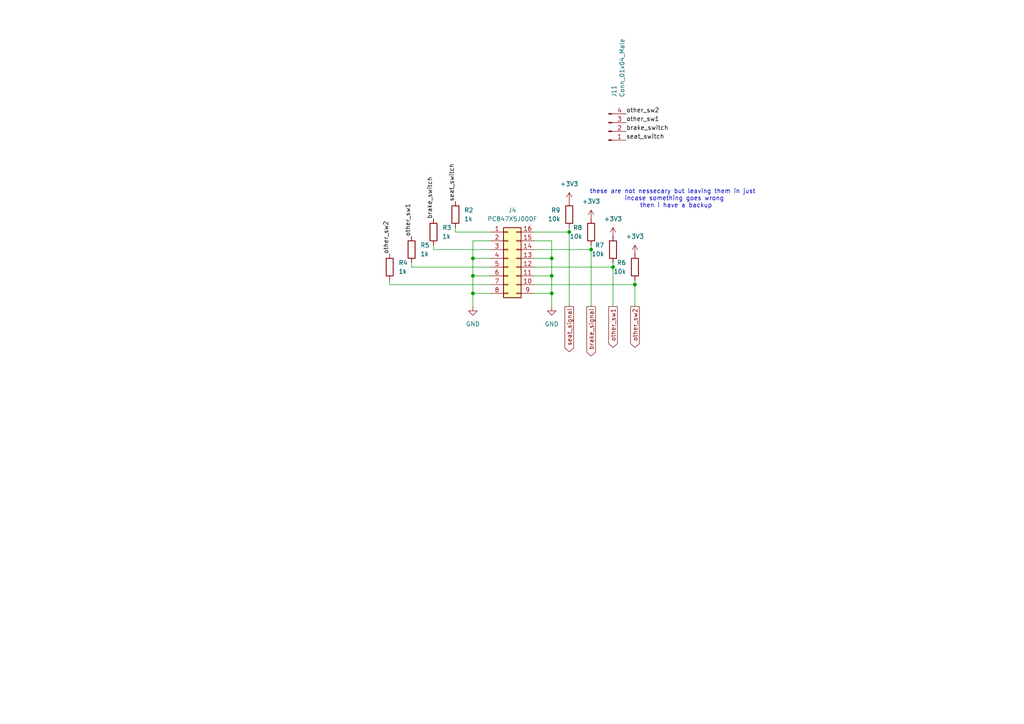
<source format=kicad_sch>
(kicad_sch (version 20231120) (generator "eeschema") (generator_version "8.0")
  (paper "A4")
  (lib_symbols
    (symbol "Connector:Conn_01x04_Pin" (pin_names (offset 1.016) hide)
      (property "Reference" "J" (at 0 5.08 0))
      (property "Value" "Conn_01x04_Pin" (at 0 -7.62 0))
      (symbol "Conn_01x04_Pin_1_1"
        (polyline (pts (xy 1.27 -5.08) (xy 0.8636 -5.08)) (stroke (width 0.1524)))
        (polyline (pts (xy 1.27 -2.54) (xy 0.8636 -2.54)) (stroke (width 0.1524)))
        (polyline (pts (xy 1.27 0) (xy 0.8636 0)) (stroke (width 0.1524)))
        (polyline (pts (xy 1.27 2.54) (xy 0.8636 2.54)) (stroke (width 0.1524)))
        (rectangle (start 0.8636 -4.953) (end 0 -5.207) (stroke (width 0.1524)) (fill (type outline)))
        (rectangle (start 0.8636 -2.413) (end 0 -2.667) (stroke (width 0.1524)) (fill (type outline)))
        (rectangle (start 0.8636 0.127) (end 0 -0.127) (stroke (width 0.1524)) (fill (type outline)))
        (rectangle (start 0.8636 2.667) (end 0 2.413) (stroke (width 0.1524)) (fill (type outline)))
        (pin passive line (at 5.08 2.54 180) (length 3.81) (name "Pin_1") (number "1"))
        (pin passive line (at 5.08 0 180) (length 3.81) (name "Pin_2") (number "2"))
        (pin passive line (at 5.08 -2.54 180) (length 3.81) (name "Pin_3") (number "3"))
        (pin passive line (at 5.08 -5.08 180) (length 3.81) (name "Pin_4") (number "4"))
      )
    )
    (symbol "Connector_Generic:Conn_02x08_Counter_Clockwise" (pin_names (offset 1.016) hide)
      (property "Reference" "J" (at 1.27 10.16 0))
      (property "Value" "Conn_02x08_Counter_Clockwise" (at 1.27 -12.7 0))
      (symbol "Conn_02x08_Counter_Clockwise_1_1"
        (rectangle (start -1.27 -10.033) (end 0 -10.287) (stroke (width 0.1524)))
        (rectangle (start -1.27 -7.493) (end 0 -7.747) (stroke (width 0.1524)))
        (rectangle (start -1.27 -4.953) (end 0 -5.207) (stroke (width 0.1524)))
        (rectangle (start -1.27 -2.413) (end 0 -2.667) (stroke (width 0.1524)))
        (rectangle (start -1.27 0.127) (end 0 -0.127) (stroke (width 0.1524)))
        (rectangle (start -1.27 2.667) (end 0 2.413) (stroke (width 0.1524)))
        (rectangle (start -1.27 5.207) (end 0 4.953) (stroke (width 0.1524)))
        (rectangle (start -1.27 7.747) (end 0 7.493) (stroke (width 0.1524)))
        (rectangle (start -1.27 8.89) (end 3.81 -11.43) (stroke (width 0.254)) (fill (type background)))
        (rectangle (start 3.81 -10.033) (end 2.54 -10.287) (stroke (width 0.1524)))
        (rectangle (start 3.81 -7.493) (end 2.54 -7.747) (stroke (width 0.1524)))
        (rectangle (start 3.81 -4.953) (end 2.54 -5.207) (stroke (width 0.1524)))
        (rectangle (start 3.81 -2.413) (end 2.54 -2.667) (stroke (width 0.1524)))
        (rectangle (start 3.81 0.127) (end 2.54 -0.127) (stroke (width 0.1524)))
        (rectangle (start 3.81 2.667) (end 2.54 2.413) (stroke (width 0.1524)))
        (rectangle (start 3.81 5.207) (end 2.54 4.953) (stroke (width 0.1524)))
        (rectangle (start 3.81 7.747) (end 2.54 7.493) (stroke (width 0.1524)))
        (pin passive line (at -5.08 7.62 0) (length 3.81) (name "Pin_1") (number "1"))
        (pin passive line (at 7.62 -7.62 180) (length 3.81) (name "Pin_10") (number "10"))
        (pin passive line (at 7.62 -5.08 180) (length 3.81) (name "Pin_11") (number "11"))
        (pin passive line (at 7.62 -2.54 180) (length 3.81) (name "Pin_12") (number "12"))
        (pin passive line (at 7.62 0 180) (length 3.81) (name "Pin_13") (number "13"))
        (pin passive line (at 7.62 2.54 180) (length 3.81) (name "Pin_14") (number "14"))
        (pin passive line (at 7.62 5.08 180) (length 3.81) (name "Pin_15") (number "15"))
        (pin passive line (at 7.62 7.62 180) (length 3.81) (name "Pin_16") (number "16"))
        (pin passive line (at -5.08 5.08 0) (length 3.81) (name "Pin_2") (number "2"))
        (pin passive line (at -5.08 2.54 0) (length 3.81) (name "Pin_3") (number "3"))
        (pin passive line (at -5.08 0 0) (length 3.81) (name "Pin_4") (number "4"))
        (pin passive line (at -5.08 -2.54 0) (length 3.81) (name "Pin_5") (number "5"))
        (pin passive line (at -5.08 -5.08 0) (length 3.81) (name "Pin_6") (number "6"))
        (pin passive line (at -5.08 -7.62 0) (length 3.81) (name "Pin_7") (number "7"))
        (pin passive line (at -5.08 -10.16 0) (length 3.81) (name "Pin_8") (number "8"))
        (pin passive line (at 7.62 -10.16 180) (length 3.81) (name "Pin_9") (number "9"))
      )
    )
    (symbol "Device:R" (pin_numbers hide) (pin_names (offset 0))
      (property "Reference" "R" (at 2.032 0 90))
      (property "Value" "R" (at 0 0 90))
      (symbol "R_0_1"
        (rectangle (start -1.016 -2.54) (end 1.016 2.54) (stroke (width 0.254)))
      )
      (symbol "R_1_1"
        (pin passive line (at 0 3.81 270) (length 1.27) (name "~") (number "1"))
        (pin passive line (at 0 -3.81 90) (length 1.27) (name "~") (number "2"))
      )
    )
    (symbol "power:+3V3" (power) (pin_numbers hide) (pin_names (offset 0) hide)
      (property "Value" "+3V3" (at 0 3.556 0))
      (symbol "+3V3_0_1"
        (polyline (pts (xy -0.762 1.27) (xy 0 2.54)))
        (polyline (pts (xy 0 0) (xy 0 2.54)))
        (polyline (pts (xy 0 2.54) (xy 0.762 1.27)))
      )
      (symbol "+3V3_1_1"
        (pin power_in line (at 0 0 90) (length 0) (name "~") (number "1"))
      )
    )
    (symbol "power:GND" (power) (pin_numbers hide) (pin_names (offset 0) hide)
      (property "Value" "GND" (at 0 -3.81 0))
      (symbol "GND_0_1"
        (polyline (pts (xy 0 0) (xy 0 -1.27) (xy 1.27 -1.27) (xy 0 -2.54) (xy -1.27 -1.27) (xy 0 -1.27)))
      )
      (symbol "GND_1_1"
        (pin power_in line (at 0 0 270) (length 0) (name "~") (number "1"))
      )
    )
  )
  (junction (at 137.16 80.01))
  (junction (at 184.15 82.55))
  (junction (at 160.02 74.93))
  (junction (at 171.45 72.39))
  (junction (at 160.02 80.01))
  (junction (at 160.02 85.09))
  (junction (at 137.16 74.93))
  (junction (at 177.8 77.47))
  (junction (at 137.16 85.09))
  (junction (at 165.1 67.31))
  (wire (pts (xy 160.02 85.09) (xy 160.02 88.9)))
  (wire (pts (xy 160.02 85.09) (xy 154.94 85.09)))
  (wire (pts (xy 154.94 69.85) (xy 160.02 69.85)))
  (wire (pts (xy 137.16 74.93) (xy 142.24 74.93)))
  (wire (pts (xy 137.16 85.09) (xy 142.24 85.09)))
  (wire (pts (xy 171.45 72.39) (xy 154.94 72.39)))
  (wire (pts (xy 142.24 69.85) (xy 137.16 69.85)))
  (wire (pts (xy 125.73 71.12) (xy 125.73 72.39)))
  (wire (pts (xy 142.24 82.55) (xy 113.03 82.55)))
  (wire (pts (xy 119.38 77.47) (xy 119.38 76.2)))
  (wire (pts (xy 184.15 82.55) (xy 184.15 88.9)))
  (wire (pts (xy 160.02 74.93) (xy 154.94 74.93)))
  (wire (pts (xy 137.16 69.85) (xy 137.16 74.93)))
  (wire (pts (xy 137.16 74.93) (xy 137.16 80.01)))
  (wire (pts (xy 125.73 72.39) (xy 142.24 72.39)))
  (wire (pts (xy 137.16 80.01) (xy 137.16 85.09)))
  (wire (pts (xy 177.8 77.47) (xy 177.8 76.2)))
  (wire (pts (xy 137.16 85.09) (xy 137.16 88.9)))
  (wire (pts (xy 142.24 77.47) (xy 119.38 77.47)))
  (wire (pts (xy 160.02 80.01) (xy 160.02 85.09)))
  (wire (pts (xy 165.1 66.04) (xy 165.1 67.31)))
  (wire (pts (xy 154.94 82.55) (xy 184.15 82.55)))
  (wire (pts (xy 184.15 82.55) (xy 184.15 81.28)))
  (wire (pts (xy 171.45 72.39) (xy 171.45 88.9)))
  (wire (pts (xy 165.1 67.31) (xy 154.94 67.31)))
  (wire (pts (xy 165.1 67.31) (xy 165.1 88.9)))
  (wire (pts (xy 132.08 66.04) (xy 132.08 67.31)))
  (wire (pts (xy 137.16 80.01) (xy 142.24 80.01)))
  (wire (pts (xy 160.02 69.85) (xy 160.02 74.93)))
  (wire (pts (xy 160.02 80.01) (xy 154.94 80.01)))
  (wire (pts (xy 177.8 77.47) (xy 177.8 88.9)))
  (wire (pts (xy 171.45 71.12) (xy 171.45 72.39)))
  (wire (pts (xy 154.94 77.47) (xy 177.8 77.47)))
  (wire (pts (xy 160.02 74.93) (xy 160.02 80.01)))
  (wire (pts (xy 132.08 67.31) (xy 142.24 67.31)))
  (wire (pts (xy 113.03 82.55) (xy 113.03 81.28)))
  (text "these are not nessecary but leaving them in just \nincase something goes wrong\n then i have a backup\n" (at 195.58 57.658 0) (effects (font (size 1.27 1.27))))
  (label "other_sw1" (at 181.61 35.56 0))
  (label "seat_switch" (at 132.08 58.42 90))
  (label "other_sw1" (at 119.38 68.58 90))
  (label "seat_switch" (at 181.61 40.64 0))
  (label "other_sw2" (at 113.03 73.66 90))
  (label "other_sw2" (at 181.61 33.02 0))
  (label "brake_switch" (at 125.73 63.5 90))
  (label "brake_switch" (at 181.61 38.1 0))
  (global_label "other_sw2" (shape output) (at 184.15 88.9 270) (property "Intersheetrefs" "${INTERSHEET_REFS}" (effects (hide yes))))
  (global_label "other_sw1" (shape output) (at 177.8 88.9 270) (property "Intersheetrefs" "${INTERSHEET_REFS}" (effects (hide yes))))
  (global_label "seat_signal" (shape output) (at 165.1 88.9 270) (property "Intersheetrefs" "${INTERSHEET_REFS}" (effects (hide yes))))
  (global_label "brake_signal" (shape output) (at 171.45 88.9 270) (property "Intersheetrefs" "${INTERSHEET_REFS}" (effects (hide yes))))
  (symbol (lib_id "power:GND") (at 160.02 88.9 0) (unit 1)
    (property "Reference" "#PWR014" (effects (hide yes)))
    (property "Value" "GND" (at 160.02 93.98 0))
    (property "Description" "Power symbol creates a global label with name \"GND\" , ground" (effects (hide yes)))
  )
  (symbol (lib_id "Device:R") (at 113.03 77.47 180) (unit 1)
    (property "Reference" "R4" (at 115.57 76.1999 0) (effects (justify right)))
    (property "Value" "1k" (at 115.57 78.7399 0) (effects (justify right)))
    (property "Footprint" "Resistor_THT:R_Axial_DIN0207_L6.3mm_D2.5mm_P10.16mm_Horizontal" (effects (hide yes)))
  )
  (symbol (lib_id "Device:R") (at 165.1 62.23 0) (mirror x) (unit 1)
    (property "Reference" "R9" (at 162.56 60.9599 0) (effects (justify right)))
    (property "Value" "10k" (at 162.56 63.4999 0) (effects (justify right)))
    (property "Footprint" "Resistor_THT:R_Axial_DIN0207_L6.3mm_D2.5mm_P10.16mm_Horizontal" (effects (hide yes)))
  )
  (symbol (lib_id "Device:R") (at 184.15 77.47 0) (mirror x) (unit 1)
    (property "Reference" "R6" (at 181.61 76.1999 0) (effects (justify right)))
    (property "Value" "10k" (at 181.61 78.7399 0) (effects (justify right)))
    (property "Footprint" "Resistor_THT:R_Axial_DIN0207_L6.3mm_D2.5mm_P10.16mm_Horizontal" (effects (hide yes)))
  )
  (symbol (lib_id "Device:R") (at 177.8 72.39 0) (mirror x) (unit 1)
    (property "Reference" "R7" (at 175.26 71.1199 0) (effects (justify right)))
    (property "Value" "10k" (at 175.26 73.6599 0) (effects (justify right)))
    (property "Footprint" "Resistor_THT:R_Axial_DIN0207_L6.3mm_D2.5mm_P10.16mm_Horizontal" (effects (hide yes)))
  )
  (symbol (lib_id "power:+3V3") (at 165.1 58.42 0) (unit 1)
    (property "Reference" "#PWR06" (effects (hide yes)))
    (property "Value" "+3V3" (at 165.1 53.34 0))
    (property "Description" "Power symbol creates a global label with name \"+3V3\"" (effects (hide yes)))
  )
  (symbol (lib_id "power:+3V3") (at 171.45 63.5 0) (unit 1)
    (property "Reference" "#PWR09" (effects (hide yes)))
    (property "Value" "+3V3" (at 171.45 58.42 0))
    (property "Description" "Power symbol creates a global label with name \"+3V3\"" (effects (hide yes)))
  )
  (symbol (lib_id "Device:R") (at 119.38 72.39 180) (unit 1)
    (property "Reference" "R5" (at 121.92 71.1199 0) (effects (justify right)))
    (property "Value" "1k" (at 121.92 73.6599 0) (effects (justify right)))
    (property "Footprint" "Resistor_THT:R_Axial_DIN0207_L6.3mm_D2.5mm_P10.16mm_Horizontal" (effects (hide yes)))
  )
  (symbol (lib_id "power:+3V3") (at 177.8 68.58 0) (unit 1)
    (property "Reference" "#PWR011" (effects (hide yes)))
    (property "Value" "+3V3" (at 177.8 63.5 0))
    (property "Description" "Power symbol creates a global label with name \"+3V3\"" (effects (hide yes)))
  )
  (symbol (lib_id "Connector_Generic:Conn_02x08_Counter_Clockwise") (at 147.32 74.93 0) (unit 1)
    (property "Reference" "J4" (at 148.59 60.96 0))
    (property "Value" "PC847X5J000F" (at 148.59 63.5 0))
    (property "Footprint" "Package_DIP:DIP-16_W7.62mm_LongPads" (effects (hide yes)))
    (property "Description" "Generic connector, double row, 02x08, counter clockwise pin numbering scheme (similar to DIP package numbering), script generated (kicad-library-utils/schlib/autogen/connector/)" (effects (hide yes)))
  )
  (symbol (lib_id "Device:R") (at 125.73 67.31 180) (unit 1)
    (property "Reference" "R3" (at 128.27 66.0399 0) (effects (justify right)))
    (property "Value" "1k" (at 128.27 68.5799 0) (effects (justify right)))
    (property "Footprint" "Resistor_THT:R_Axial_DIN0207_L6.3mm_D2.5mm_P10.16mm_Horizontal" (effects (hide yes)))
  )
  (symbol (lib_id "power:+3V3") (at 184.15 73.66 0) (unit 1)
    (property "Reference" "#PWR012" (effects (hide yes)))
    (property "Value" "+3V3" (at 184.15 68.58 0))
    (property "Description" "Power symbol creates a global label with name \"+3V3\"" (effects (hide yes)))
  )
  (symbol (lib_id "Device:R") (at 132.08 62.23 180) (unit 1)
    (property "Reference" "R2" (at 134.62 60.9599 0) (effects (justify right)))
    (property "Value" "1k" (at 134.62 63.4999 0) (effects (justify right)))
    (property "Footprint" "Resistor_THT:R_Axial_DIN0207_L6.3mm_D2.5mm_P10.16mm_Horizontal" (effects (hide yes)))
  )
  (symbol (lib_id "Device:R") (at 171.45 67.31 0) (mirror x) (unit 1)
    (property "Reference" "R8" (at 168.91 66.0399 0) (effects (justify right)))
    (property "Value" "10k" (at 168.91 68.5799 0) (effects (justify right)))
    (property "Footprint" "Resistor_THT:R_Axial_DIN0207_L6.3mm_D2.5mm_P10.16mm_Horizontal" (effects (hide yes)))
  )
  (symbol (lib_id "Connector:Conn_01x04_Pin") (at 176.53 38.1 0) (mirror x) (unit 1)
    (property "Reference" "J11" (at 178.1048 28.2448 90) (effects (justify right)))
    (property "Value" "Conn_01x04_Male" (at 180.4162 28.2448 90) (effects (justify right)))
    (property "Footprint" "TerminalBlock_Phoenix:TerminalBlock_Phoenix_MKDS-1,5-4-5.08_1x04_P5.08mm_Horizontal" (effects (hide yes)))
    (property "Description" "Generic connector, single row, 01x04, script generated" (effects (hide yes)))
    (instances (project "Motherboard23-24" (path "" (reference "J11") (unit 1))) (project "CANBOARD_REV2" (path "" (reference "J8") (unit 1))) (project "Motherboard_2023" (path "" (reference "J12") (unit 1))))
  )
  (symbol (lib_id "power:GND") (at 137.16 88.9 0) (unit 1)
    (property "Reference" "#PWR013" (effects (hide yes)))
    (property "Value" "GND" (at 137.16 93.98 0))
    (property "Description" "Power symbol creates a global label with name \"GND\" , ground" (effects (hide yes)))
  )
)
</source>
